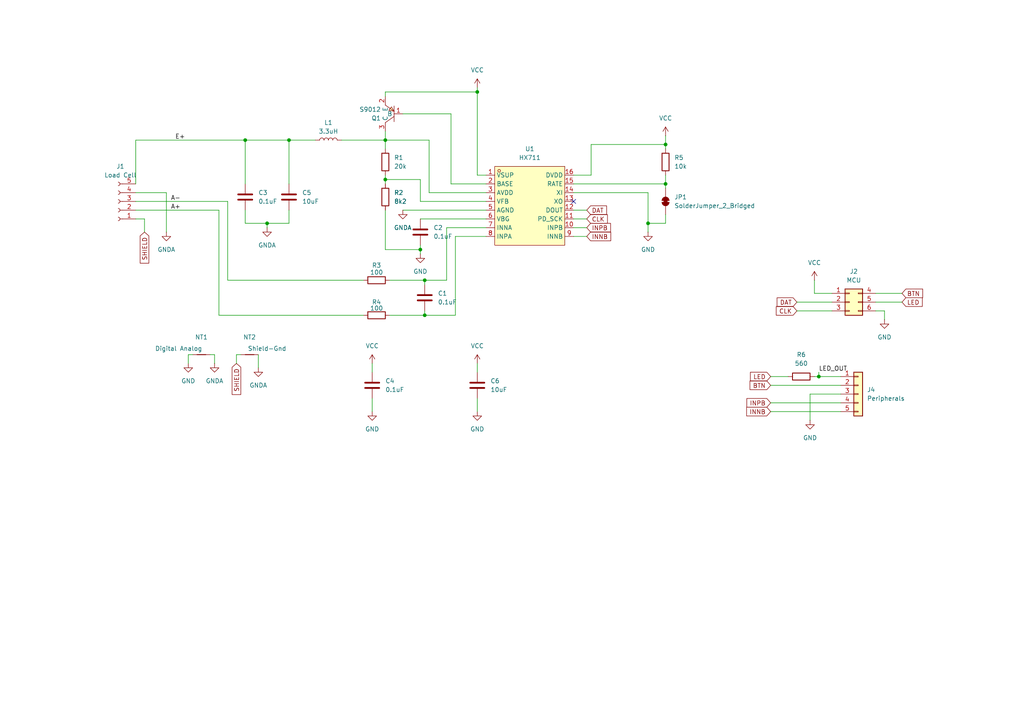
<source format=kicad_sch>
(kicad_sch (version 20250114) (generator "eeschema") (generator_version "9.0")
  (paper "A4")
  (title_block (company "chof.org"))
  (lib_symbols
    (symbol "Chof747 ICs:HX711"
      (property "Reference" "U" (at 0 13.97 0))
      (property "Value" "HX711" (at 0 -13.97 0))
      (symbol "HX711_0_1"
        (rectangle (start -10.16 11.43) (end 10.16 -11.43) (fill (type background)))
        (circle (center -8.89 10.16) (radius 0.38))
        (pin unspecified line (at -12.7 8.89 0) (length 2.54) (name "VSUP") (number "1"))
        (pin unspecified line (at -12.7 6.35 0) (length 2.54) (name "BASE") (number "2"))
        (pin unspecified line (at -12.7 3.81 0) (length 2.54) (name "AVDD") (number "3"))
        (pin unspecified line (at -12.7 1.27 0) (length 2.54) (name "VFB") (number "4"))
        (pin unspecified line (at -12.7 -1.27 0) (length 2.54) (name "AGND") (number "5"))
        (pin unspecified line (at -12.7 -3.81 0) (length 2.54) (name "VBG") (number "6"))
        (pin unspecified line (at -12.7 -6.35 0) (length 2.54) (name "INNA") (number "7"))
        (pin unspecified line (at -12.7 -8.89 0) (length 2.54) (name "INPA") (number "8"))
        (pin unspecified line (at 12.7 8.89 180) (length 2.54) (name "DVDD") (number "16"))
        (pin unspecified line (at 12.7 6.35 180) (length 2.54) (name "RATE") (number "15"))
        (pin unspecified line (at 12.7 3.81 180) (length 2.54) (name "XI") (number "14"))
        (pin unspecified line (at 12.7 1.27 180) (length 2.54) (name "XO") (number "13"))
        (pin unspecified line (at 12.7 -1.27 180) (length 2.54) (name "DOUT") (number "12"))
        (pin unspecified line (at 12.7 -3.81 180) (length 2.54) (name "PD_SCK") (number "11"))
        (pin unspecified line (at 12.7 -6.35 180) (length 2.54) (name "INPB") (number "10"))
        (pin unspecified line (at 12.7 -8.89 180) (length 2.54) (name "INNB") (number "9"))
      )
    )
    (symbol "Chof747 Transistors and Mosfets:S9012"
      (property "Reference" "Q" (at 0 10.16 0))
      (property "Value" "S9012" (at 0 -10.16 0))
      (symbol "S9012_0_1"
        (polyline (pts (xy 0 2.29) (xy 0 -2.29)))
        (polyline (pts (xy 0 -0.76) (xy 2.54 -2.54)))
        (polyline (pts (xy 0 -0.76) (xy 0.76 -2.03) (xy 1.52 -1.02) (xy 0 -0.76)) (fill (type background)))
        (polyline (pts (xy 2.54 2.54) (xy 0 0.76)))
        (pin input line (at -2.54 0 0) (length 2.54) (name "B") (number "1"))
        (pin input line (at 2.54 5.08 270) (length 2.54) (name "C") (number "3"))
        (pin input line (at 2.54 -5.08 90) (length 2.54) (name "E") (number "2"))
      )
    )
    (symbol "Connector:Conn_01x05_Socket" (pin_names (offset 1.016) (hide yes))
      (property "Reference" "J" (at 0 7.62 0))
      (property "Value" "Conn_01x05_Socket" (at 0 -7.62 0))
      (symbol "Conn_01x05_Socket_1_1"
        (polyline (pts (xy -1.27 5.08) (xy -0.508 5.08)) (stroke (width 0.1524)))
        (polyline (pts (xy -1.27 2.54) (xy -0.508 2.54)) (stroke (width 0.1524)))
        (polyline (pts (xy -1.27 0) (xy -0.508 0)) (stroke (width 0.1524)))
        (polyline (pts (xy -1.27 -2.54) (xy -0.508 -2.54)) (stroke (width 0.1524)))
        (polyline (pts (xy -1.27 -5.08) (xy -0.508 -5.08)) (stroke (width 0.1524)))
        (arc (start 0 4.572) (mid -0.5058 5.08) (end 0 5.588) (stroke (width 0.1524)))
        (arc (start 0 2.032) (mid -0.5058 2.54) (end 0 3.048) (stroke (width 0.1524)))
        (arc (start 0 -0.508) (mid -0.5058 0) (end 0 0.508) (stroke (width 0.1524)))
        (arc (start 0 -3.048) (mid -0.5058 -2.54) (end 0 -2.032) (stroke (width 0.1524)))
        (arc (start 0 -5.588) (mid -0.5058 -5.08) (end 0 -4.572) (stroke (width 0.1524)))
        (pin passive line (at -5.08 5.08 0) (length 3.81) (name "Pin_1") (number "1"))
        (pin passive line (at -5.08 2.54 0) (length 3.81) (name "Pin_2") (number "2"))
        (pin passive line (at -5.08 0 0) (length 3.81) (name "Pin_3") (number "3"))
        (pin passive line (at -5.08 -2.54 0) (length 3.81) (name "Pin_4") (number "4"))
        (pin passive line (at -5.08 -5.08 0) (length 3.81) (name "Pin_5") (number "5"))
      )
    )
    (symbol "Connector_Generic:Conn_01x05" (pin_names (offset 1.016) (hide yes))
      (property "Reference" "J" (at 0 7.62 0))
      (property "Value" "Conn_01x05" (at 0 -7.62 0))
      (symbol "Conn_01x05_1_1"
        (rectangle (start -1.27 6.35) (end 1.27 -6.35) (stroke (width 0.254)) (fill (type background)))
        (rectangle (start -1.27 5.207) (end 0 4.953) (stroke (width 0.1524)))
        (rectangle (start -1.27 2.667) (end 0 2.413) (stroke (width 0.1524)))
        (rectangle (start -1.27 0.127) (end 0 -0.127) (stroke (width 0.1524)))
        (rectangle (start -1.27 -2.413) (end 0 -2.667) (stroke (width 0.1524)))
        (rectangle (start -1.27 -4.953) (end 0 -5.207) (stroke (width 0.1524)))
        (pin passive line (at -5.08 5.08 0) (length 3.81) (name "Pin_1") (number "1"))
        (pin passive line (at -5.08 2.54 0) (length 3.81) (name "Pin_2") (number "2"))
        (pin passive line (at -5.08 0 0) (length 3.81) (name "Pin_3") (number "3"))
        (pin passive line (at -5.08 -2.54 0) (length 3.81) (name "Pin_4") (number "4"))
        (pin passive line (at -5.08 -5.08 0) (length 3.81) (name "Pin_5") (number "5"))
      )
    )
    (symbol "Connector_Generic:Conn_02x03_Top_Bottom" (pin_names (offset 1.016) (hide yes))
      (property "Reference" "J" (at 1.27 5.08 0))
      (property "Value" "Conn_02x03_Top_Bottom" (at 1.27 -5.08 0))
      (symbol "Conn_02x03_Top_Bottom_1_1"
        (rectangle (start -1.27 3.81) (end 3.81 -3.81) (stroke (width 0.254)) (fill (type background)))
        (rectangle (start -1.27 2.667) (end 0 2.413) (stroke (width 0.1524)))
        (rectangle (start -1.27 0.127) (end 0 -0.127) (stroke (width 0.1524)))
        (rectangle (start -1.27 -2.413) (end 0 -2.667) (stroke (width 0.1524)))
        (rectangle (start 3.81 2.667) (end 2.54 2.413) (stroke (width 0.1524)))
        (rectangle (start 3.81 0.127) (end 2.54 -0.127) (stroke (width 0.1524)))
        (rectangle (start 3.81 -2.413) (end 2.54 -2.667) (stroke (width 0.1524)))
        (pin passive line (at -5.08 2.54 0) (length 3.81) (name "Pin_1") (number "1"))
        (pin passive line (at -5.08 0 0) (length 3.81) (name "Pin_2") (number "2"))
        (pin passive line (at -5.08 -2.54 0) (length 3.81) (name "Pin_3") (number "3"))
        (pin passive line (at 7.62 2.54 180) (length 3.81) (name "Pin_4") (number "4"))
        (pin passive line (at 7.62 0 180) (length 3.81) (name "Pin_5") (number "5"))
        (pin passive line (at 7.62 -2.54 180) (length 3.81) (name "Pin_6") (number "6"))
      )
    )
    (symbol "Device:C" (pin_numbers (hide yes)) (pin_names (offset 0.254))
      (property "Reference" "C" (at 0.635 2.54 0))
      (property "Value" "C" (at 0.635 -2.54 0))
      (symbol "C_0_1"
        (polyline (pts (xy -2.032 0.762) (xy 2.032 0.762)) (stroke (width 0.508)))
        (polyline (pts (xy -2.032 -0.762) (xy 2.032 -0.762)) (stroke (width 0.508)))
      )
      (symbol "C_1_1"
        (pin passive line (at 0 3.81 270) (length 2.794) (name "~") (number "1"))
        (pin passive line (at 0 -3.81 90) (length 2.794) (name "~") (number "2"))
      )
    )
    (symbol "Device:L" (pin_numbers (hide yes)) (pin_names (offset 1.016) (hide yes))
      (property "Reference" "L" (at -1.27 0 90))
      (property "Value" "L" (at 1.905 0 90))
      (symbol "L_0_1"
        (arc (start 0 2.54) (mid 0.6323 1.905) (end 0 1.27))
        (arc (start 0 1.27) (mid 0.6323 0.635) (end 0 0))
        (arc (start 0 0) (mid 0.6323 -0.635) (end 0 -1.27))
        (arc (start 0 -1.27) (mid 0.6323 -1.905) (end 0 -2.54))
      )
      (symbol "L_1_1"
        (pin passive line (at 0 3.81 270) (length 1.27) (name "1") (number "1"))
        (pin passive line (at 0 -3.81 90) (length 1.27) (name "2") (number "2"))
      )
    )
    (symbol "Device:NetTie_2" (pin_numbers (hide yes)) (pin_names (offset 0) (hide yes)) (in_bom no)
      (property "Reference" "NT" (at 0 1.27 0))
      (property "Value" "NetTie_2" (at 0 -1.27 0))
      (symbol "NetTie_2_0_1"
        (polyline (pts (xy -1.27 0) (xy 1.27 0)) (stroke (width 0.254)))
      )
      (symbol "NetTie_2_1_1"
        (pin passive line (at -2.54 0 0) (length 2.54) (name "1") (number "1"))
        (pin passive line (at 2.54 0 180) (length 2.54) (name "2") (number "2"))
      )
    )
    (symbol "Device:R" (pin_numbers (hide yes)) (pin_names (offset 0))
      (property "Reference" "R" (at 2.032 0 90))
      (property "Value" "R" (at 0 0 90))
      (symbol "R_0_1"
        (rectangle (start -1.016 -2.54) (end 1.016 2.54) (stroke (width 0.254)))
      )
      (symbol "R_1_1"
        (pin passive line (at 0 3.81 270) (length 1.27) (name "~") (number "1"))
        (pin passive line (at 0 -3.81 90) (length 1.27) (name "~") (number "2"))
      )
    )
    (symbol "Jumper:SolderJumper_2_Bridged" (pin_numbers (hide yes)) (pin_names (offset 0) (hide yes)) (in_bom no)
      (property "Reference" "JP" (at 0 2.032 0))
      (property "Value" "SolderJumper_2_Bridged" (at 0 -2.54 0))
      (symbol "SolderJumper_2_Bridged_0_1"
        (rectangle (start -0.508 0.508) (end 0.508 -0.508) (fill (type outline)))
        (polyline (pts (xy -0.254 1.016) (xy -0.254 -1.016)))
        (arc (start -0.254 -1.016) (mid -1.2656 0) (end -0.254 1.016))
        (arc (start -0.254 -1.016) (mid -1.2656 0) (end -0.254 1.016) (fill (type outline)))
        (arc (start 0.254 1.016) (mid 1.2656 0) (end 0.254 -1.016))
        (arc (start 0.254 1.016) (mid 1.2656 0) (end 0.254 -1.016) (fill (type outline)))
        (polyline (pts (xy 0.254 1.016) (xy 0.254 -1.016)))
      )
      (symbol "SolderJumper_2_Bridged_1_1"
        (pin passive line (at -3.81 0 0) (length 2.54) (name "A") (number "1"))
        (pin passive line (at 3.81 0 180) (length 2.54) (name "B") (number "2"))
      )
    )
    (symbol "power:+5V" (power) (pin_numbers (hide yes)) (pin_names (offset 0) (hide yes))
      (property "Value" "+5V" (at 0 3.556 0))
      (symbol "+5V_0_1"
        (polyline (pts (xy -0.762 1.27) (xy 0 2.54)))
        (polyline (pts (xy 0 2.54) (xy 0.762 1.27)))
        (polyline (pts (xy 0 0) (xy 0 2.54)))
      )
      (symbol "+5V_1_1"
        (pin power_in line (at 0 0 90) (length 0) (name "~") (number "1"))
      )
    )
    (symbol "power:GND" (power) (pin_numbers (hide yes)) (pin_names (offset 0) (hide yes))
      (property "Value" "GND" (at 0 -3.81 0))
      (symbol "GND_0_1"
        (polyline (pts (xy 0 0) (xy 0 -1.27) (xy 1.27 -1.27) (xy 0 -2.54) (xy -1.27 -1.27) (xy 0 -1.27)))
      )
      (symbol "GND_1_1"
        (pin power_in line (at 0 0 270) (length 0) (name "~") (number "1"))
      )
    )
    (symbol "power:GNDA" (power) (pin_numbers (hide yes)) (pin_names (offset 0) (hide yes))
      (property "Value" "GNDA" (at 0 -3.81 0))
      (symbol "GNDA_0_1"
        (polyline (pts (xy 0 0) (xy 0 -1.27) (xy 1.27 -1.27) (xy 0 -2.54) (xy -1.27 -1.27) (xy 0 -1.27)))
      )
      (symbol "GNDA_1_1"
        (pin power_in line (at 0 0 270) (length 0) (name "~") (number "1"))
      )
    )
  )
  (junction (at 83.82 40.64))
  (junction (at 111.76 40.64))
  (junction (at 123.19 91.44))
  (junction (at 193.04 53.34))
  (junction (at 187.96 64.77))
  (junction (at 138.43 26.67))
  (junction (at 111.76 52.07))
  (junction (at 121.92 72.39))
  (junction (at 77.47 64.77))
  (junction (at 237.49 109.22))
  (junction (at 71.12 40.64))
  (junction (at 193.04 41.91))
  (junction (at 123.19 81.28))
  (no_connect (at 166.37 58.42))
  (wire (pts (xy 111.76 52.07) (xy 111.76 53.34)))
  (wire (pts (xy 236.22 109.22) (xy 237.49 109.22)))
  (wire (pts (xy 166.37 63.5) (xy 170.18 63.5)))
  (wire (pts (xy 71.12 64.77) (xy 77.47 64.77)))
  (wire (pts (xy 91.44 40.64) (xy 83.82 40.64)))
  (wire (pts (xy 140.97 66.04) (xy 129.54 66.04)))
  (wire (pts (xy 223.52 116.84) (xy 243.84 116.84)))
  (wire (pts (xy 116.84 60.96) (xy 140.97 60.96)))
  (wire (pts (xy 193.04 64.77) (xy 193.04 62.23)))
  (wire (pts (xy 223.52 119.38) (xy 243.84 119.38)))
  (wire (pts (xy 123.19 91.44) (xy 132.08 91.44)))
  (wire (pts (xy 74.93 102.87) (xy 74.93 106.68)))
  (wire (pts (xy 83.82 60.96) (xy 83.82 64.77)))
  (wire (pts (xy 138.43 105.41) (xy 138.43 107.95)))
  (wire (pts (xy 111.76 26.67) (xy 138.43 26.67)))
  (wire (pts (xy 237.49 109.22) (xy 243.84 109.22)))
  (wire (pts (xy 71.12 60.96) (xy 71.12 64.77)))
  (wire (pts (xy 121.92 58.42) (xy 121.92 52.07)))
  (wire (pts (xy 116.84 33.02) (xy 130.81 33.02)))
  (wire (pts (xy 236.22 85.09) (xy 241.3 85.09)))
  (wire (pts (xy 187.96 64.77) (xy 187.96 67.31)))
  (wire (pts (xy 111.76 27.94) (xy 111.76 26.67)))
  (wire (pts (xy 166.37 60.96) (xy 170.18 60.96)))
  (wire (pts (xy 39.37 63.5) (xy 41.91 63.5)))
  (wire (pts (xy 66.04 81.28) (xy 66.04 58.42)))
  (wire (pts (xy 254 85.09) (xy 261.62 85.09)))
  (wire (pts (xy 71.12 40.64) (xy 71.12 53.34)))
  (wire (pts (xy 121.92 72.39) (xy 111.76 72.39)))
  (wire (pts (xy 171.45 50.8) (xy 166.37 50.8)))
  (wire (pts (xy 138.43 115.57) (xy 138.43 119.38)))
  (wire (pts (xy 48.26 55.88) (xy 48.26 67.31)))
  (wire (pts (xy 123.19 81.28) (xy 113.03 81.28)))
  (wire (pts (xy 77.47 64.77) (xy 77.47 66.04)))
  (wire (pts (xy 193.04 53.34) (xy 193.04 50.8)))
  (wire (pts (xy 83.82 40.64) (xy 71.12 40.64)))
  (wire (pts (xy 121.92 72.39) (xy 121.92 73.66)))
  (wire (pts (xy 123.19 91.44) (xy 123.19 90.17)))
  (wire (pts (xy 39.37 55.88) (xy 48.26 55.88)))
  (wire (pts (xy 129.54 66.04) (xy 129.54 81.28)))
  (wire (pts (xy 124.46 55.88) (xy 124.46 40.64)))
  (wire (pts (xy 140.97 58.42) (xy 121.92 58.42)))
  (wire (pts (xy 254 90.17) (xy 256.54 90.17)))
  (wire (pts (xy 121.92 63.5) (xy 140.97 63.5)))
  (wire (pts (xy 121.92 52.07) (xy 111.76 52.07)))
  (wire (pts (xy 39.37 40.64) (xy 39.37 53.34)))
  (wire (pts (xy 140.97 55.88) (xy 124.46 55.88)))
  (wire (pts (xy 171.45 41.91) (xy 171.45 50.8)))
  (wire (pts (xy 54.61 102.87) (xy 54.61 105.41)))
  (wire (pts (xy 187.96 55.88) (xy 187.96 64.77)))
  (wire (pts (xy 254 87.63) (xy 261.62 87.63)))
  (wire (pts (xy 234.95 121.92) (xy 234.95 114.3)))
  (wire (pts (xy 187.96 64.77) (xy 193.04 64.77)))
  (wire (pts (xy 138.43 26.67) (xy 138.43 25.4)))
  (wire (pts (xy 63.5 91.44) (xy 105.41 91.44)))
  (wire (pts (xy 231.14 87.63) (xy 241.3 87.63)))
  (wire (pts (xy 256.54 90.17) (xy 256.54 92.71)))
  (wire (pts (xy 166.37 66.04) (xy 170.18 66.04)))
  (wire (pts (xy 77.47 64.77) (xy 83.82 64.77)))
  (wire (pts (xy 99.06 40.64) (xy 111.76 40.64)))
  (wire (pts (xy 231.14 90.17) (xy 241.3 90.17)))
  (wire (pts (xy 193.04 39.37) (xy 193.04 41.91)))
  (wire (pts (xy 111.76 52.07) (xy 111.76 50.8)))
  (wire (pts (xy 107.95 115.57) (xy 107.95 119.38)))
  (wire (pts (xy 223.52 109.22) (xy 228.6 109.22)))
  (wire (pts (xy 140.97 53.34) (xy 130.81 53.34)))
  (wire (pts (xy 129.54 81.28) (xy 123.19 81.28)))
  (wire (pts (xy 123.19 82.55) (xy 123.19 81.28)))
  (wire (pts (xy 111.76 40.64) (xy 111.76 43.18)))
  (wire (pts (xy 223.52 111.76) (xy 243.84 111.76)))
  (wire (pts (xy 193.04 41.91) (xy 193.04 43.18)))
  (wire (pts (xy 107.95 105.41) (xy 107.95 107.95)))
  (wire (pts (xy 193.04 53.34) (xy 193.04 54.61)))
  (wire (pts (xy 140.97 50.8) (xy 138.43 50.8)))
  (wire (pts (xy 166.37 68.58) (xy 170.18 68.58)))
  (wire (pts (xy 138.43 50.8) (xy 138.43 26.67)))
  (wire (pts (xy 54.61 102.87) (xy 55.88 102.87)))
  (wire (pts (xy 63.5 60.96) (xy 63.5 91.44)))
  (wire (pts (xy 193.04 41.91) (xy 171.45 41.91)))
  (wire (pts (xy 166.37 55.88) (xy 187.96 55.88)))
  (wire (pts (xy 121.92 71.12) (xy 121.92 72.39)))
  (wire (pts (xy 71.12 40.64) (xy 39.37 40.64)))
  (wire (pts (xy 113.03 91.44) (xy 123.19 91.44)))
  (wire (pts (xy 41.91 63.5) (xy 41.91 67.31)))
  (wire (pts (xy 140.97 68.58) (xy 132.08 68.58)))
  (wire (pts (xy 62.23 102.87) (xy 62.23 105.41)))
  (wire (pts (xy 132.08 68.58) (xy 132.08 91.44)))
  (wire (pts (xy 111.76 60.96) (xy 111.76 72.39)))
  (wire (pts (xy 124.46 40.64) (xy 111.76 40.64)))
  (wire (pts (xy 68.58 102.87) (xy 69.85 102.87)))
  (wire (pts (xy 66.04 58.42) (xy 39.37 58.42)))
  (wire (pts (xy 130.81 53.34) (xy 130.81 33.02)))
  (wire (pts (xy 83.82 40.64) (xy 83.82 53.34)))
  (wire (pts (xy 39.37 60.96) (xy 63.5 60.96)))
  (wire (pts (xy 68.58 102.87) (xy 68.58 105.41)))
  (wire (pts (xy 60.96 102.87) (xy 62.23 102.87)))
  (wire (pts (xy 111.76 38.1) (xy 111.76 40.64)))
  (wire (pts (xy 237.49 107.95) (xy 237.49 109.22)))
  (wire (pts (xy 234.95 114.3) (xy 243.84 114.3)))
  (wire (pts (xy 236.22 81.28) (xy 236.22 85.09)))
  (wire (pts (xy 105.41 81.28) (xy 66.04 81.28)))
  (wire (pts (xy 166.37 53.34) (xy 193.04 53.34)))
  (label "A+" (at 49.53 60.96 0))
  (label "E+" (at 50.8 40.64 0))
  (label "LED_OUT" (at 237.49 107.95 0))
  (label "A-" (at 49.53 58.42 0))
  (global_label "SHIELD" (shape input) (at 41.91 67.31 270) (property "Intersheetrefs" "${INTERSHEET_REFS}" (effects (hide yes))))
  (global_label "INPB" (shape input) (at 223.52 116.84 180) (property "Intersheetrefs" "${INTERSHEET_REFS}" (effects (hide yes))))
  (global_label "BTN" (shape input) (at 261.62 85.09 0) (property "Intersheetrefs" "${INTERSHEET_REFS}" (effects (hide yes))))
  (global_label "INNB" (shape input) (at 223.52 119.38 180) (property "Intersheetrefs" "${INTERSHEET_REFS}" (effects (hide yes))))
  (global_label "CLK" (shape input) (at 231.14 90.17 180) (property "Intersheetrefs" "${INTERSHEET_REFS}" (effects (hide yes))))
  (global_label "DAT" (shape input) (at 170.18 60.96 0) (property "Intersheetrefs" "${INTERSHEET_REFS}" (effects (hide yes))))
  (global_label "INPB" (shape input) (at 170.18 66.04 0) (property "Intersheetrefs" "${INTERSHEET_REFS}" (effects (hide yes))))
  (global_label "LED" (shape input) (at 223.52 109.22 180) (property "Intersheetrefs" "${INTERSHEET_REFS}" (effects (hide yes))))
  (global_label "LED" (shape input) (at 261.62 87.63 0) (property "Intersheetrefs" "${INTERSHEET_REFS}" (effects (hide yes))))
  (global_label "CLK" (shape input) (at 170.18 63.5 0) (property "Intersheetrefs" "${INTERSHEET_REFS}" (effects (hide yes))))
  (global_label "SHIELD" (shape input) (at 68.58 105.41 270) (property "Intersheetrefs" "${INTERSHEET_REFS}" (effects (hide yes))))
  (global_label "INNB" (shape input) (at 170.18 68.58 0) (property "Intersheetrefs" "${INTERSHEET_REFS}" (effects (hide yes))))
  (global_label "BTN" (shape input) (at 223.52 111.76 180) (property "Intersheetrefs" "${INTERSHEET_REFS}" (effects (hide yes))))
  (global_label "DAT" (shape input) (at 231.14 87.63 180) (property "Intersheetrefs" "${INTERSHEET_REFS}" (effects (hide yes))))
  (symbol (lib_id "Jumper:SolderJumper_2_Bridged") (at 193.04 58.42 90) (unit 1) (in_bom no)
    (property "Reference" "JP1" (at 195.58 57.1499 90) (effects (justify right)))
    (property "Value" "SolderJumper_2_Bridged" (at 195.58 59.6899 90) (effects (justify right)))
    (property "Footprint" "Jumper:SolderJumper-2_P1.3mm_Bridged_RoundedPad1.0x1.5mm" (effects (hide yes)))
    (property "Description" "Solder Jumper, 2-pole, closed/bridged" (effects (hide yes)))
  )
  (symbol (lib_id "power:GNDA") (at 48.26 67.31 0) (unit 1)
    (property "Reference" "#PWR06" (effects (hide yes)))
    (property "Value" "GNDA" (at 48.26 72.39 0))
    (property "Description" "Power symbol creates a global label with name \"GNDA\" , analog ground" (effects (hide yes)))
  )
  (symbol (lib_id "Device:R") (at 111.76 46.99 0) (unit 1)
    (property "Reference" "R1" (at 114.3 45.7199 0) (effects (justify left)))
    (property "Value" "20k" (at 114.3 48.2599 0) (effects (justify left)))
    (property "Footprint" "Resistor_SMD:R_0603_1608Metric_Pad0.98x0.95mm_HandSolder" (effects (hide yes)))
    (property "Description" "Resistor" (effects (hide yes)))
  )
  (symbol (lib_id "Device:R") (at 109.22 81.28 90) (unit 1)
    (property "Reference" "R3" (at 109.22 76.962 90))
    (property "Value" "100" (at 109.22 78.994 90))
    (property "Footprint" "Resistor_SMD:R_0603_1608Metric_Pad0.98x0.95mm_HandSolder" (effects (hide yes)))
    (property "Description" "Resistor" (effects (hide yes)))
  )
  (symbol (lib_id "power:GNDA") (at 116.84 60.96 0) (unit 1)
    (property "Reference" "#PWR010" (effects (hide yes)))
    (property "Value" "GNDA" (at 116.84 66.04 0))
    (property "Description" "Power symbol creates a global label with name \"GNDA\" , analog ground" (effects (hide yes)))
  )
  (symbol (lib_id "power:GNDA") (at 62.23 105.41 0) (unit 1)
    (property "Reference" "#PWR016" (effects (hide yes)))
    (property "Value" "GNDA" (at 62.23 110.49 0))
    (property "Description" "Power symbol creates a global label with name \"GNDA\" , analog ground" (effects (hide yes)))
  )
  (symbol (lib_id "Device:L") (at 95.25 40.64 90) (unit 1)
    (property "Reference" "L1" (at 95.25 35.56 90))
    (property "Value" "3.3uH" (at 95.25 38.1 90))
    (property "Footprint" "Inductor_SMD:L_0603_1608Metric_Pad1.05x0.95mm_HandSolder" (effects (hide yes)))
    (property "Description" "Inductor" (effects (hide yes)))
  )
  (symbol (lib_id "power:GND") (at 187.96 67.31 0) (unit 1)
    (property "Reference" "#PWR03" (effects (hide yes)))
    (property "Value" "GND" (at 187.96 72.39 0))
    (property "Description" "Power symbol creates a global label with name \"GND\" , ground" (effects (hide yes)))
  )
  (symbol (lib_id "Device:R") (at 232.41 109.22 90) (unit 1)
    (property "Reference" "R6" (at 232.41 102.87 90))
    (property "Value" "560" (at 232.41 105.41 90))
    (property "Footprint" "Resistor_SMD:R_0603_1608Metric_Pad0.98x0.95mm_HandSolder" (effects (hide yes)))
    (property "Description" "Resistor" (effects (hide yes)))
  )
  (symbol (lib_id "power:+5V") (at 107.95 105.41 0) (unit 1)
    (property "Reference" "#PWR09" (effects (hide yes)))
    (property "Value" "VCC" (at 107.95 100.33 0))
    (property "Description" "Power symbol creates a global label with name \"+5V\"" (effects (hide yes)))
  )
  (symbol (lib_id "power:GND") (at 256.54 92.71 0) (unit 1)
    (property "Reference" "#PWR01" (effects (hide yes)))
    (property "Value" "GND" (at 256.54 97.79 0))
    (property "Description" "Power symbol creates a global label with name \"GND\" , ground" (effects (hide yes)))
  )
  (symbol (lib_id "Device:NetTie_2") (at 58.42 102.87 180) (unit 1) (in_bom no)
    (property "Reference" "NT1" (at 58.42 97.79 0))
    (property "Value" "Digital Analog" (at 51.816 101.092 0))
    (property "Footprint" "NetTie:NetTie-2_SMD_Pad0.5mm" (effects (hide yes)))
  )
  (symbol (lib_id "Device:C") (at 123.19 86.36 0) (unit 1)
    (property "Reference" "C1" (at 127 85.0899 0) (effects (justify left)))
    (property "Value" "0.1uF" (at 127 87.6299 0) (effects (justify left)))
    (property "Footprint" "Capacitor_SMD:C_0603_1608Metric_Pad1.08x0.95mm_HandSolder" (effects (hide yes)))
    (property "Description" "Unpolarized capacitor" (effects (hide yes)))
  )
  (symbol (lib_id "Device:C") (at 71.12 57.15 0) (unit 1)
    (property "Reference" "C3" (at 74.93 55.8799 0) (effects (justify left)))
    (property "Value" "0.1uF" (at 74.93 58.4199 0) (effects (justify left)))
    (property "Footprint" "Capacitor_SMD:C_0603_1608Metric_Pad1.08x0.95mm_HandSolder" (effects (hide yes)))
    (property "Description" "Unpolarized capacitor" (effects (hide yes)))
  )
  (symbol (lib_id "Connector_Generic:Conn_02x03_Top_Bottom") (at 246.38 87.63 0) (unit 1)
    (property "Reference" "J2" (at 247.65 78.74 0))
    (property "Value" "MCU" (at 247.65 81.28 0))
    (property "Footprint" "Chof747_Connectors:HDR-TH_6P-P2.54-V-F-R2-C3-S2.54-4" (effects (hide yes)))
    (property "Description" "Generic connector, double row, 02x03, top/bottom pin numbering scheme (row 1: 1...pins_per_row, row2: pins_per_row+1 ... num_pins), script generated (kicad-library-utils/schlib/autogen/connector/)" (effects (hide yes)))
  )
  (symbol (lib_id "power:GNDA") (at 74.93 106.68 0) (unit 1)
    (property "Reference" "#PWR017" (effects (hide yes)))
    (property "Value" "GNDA" (at 74.93 111.76 0))
    (property "Description" "Power symbol creates a global label with name \"GNDA\" , analog ground" (effects (hide yes)))
  )
  (symbol (lib_id "power:+5V") (at 138.43 25.4 0) (unit 1)
    (property "Reference" "#PWR08" (effects (hide yes)))
    (property "Value" "VCC" (at 138.43 20.32 0))
    (property "Description" "Power symbol creates a global label with name \"+5V\"" (effects (hide yes)))
  )
  (symbol (lib_id "Connector_Generic:Conn_01x05") (at 248.92 114.3 0) (unit 1)
    (property "Reference" "J4" (at 251.46 113.0299 0) (effects (justify left)))
    (property "Value" "Peripherals" (at 251.46 115.5699 0) (effects (justify left)))
    (property "Footprint" "Chof747_Connectors:JST_XH_B5B-XH-A_1x05_P2.54mm_Vertical" (effects (hide yes)))
    (property "Description" "Generic connector, single row, 01x05, script generated (kicad-library-utils/schlib/autogen/connector/)" (effects (hide yes)))
  )
  (symbol (lib_id "power:GND") (at 138.43 119.38 0) (unit 1)
    (property "Reference" "#PWR014" (effects (hide yes)))
    (property "Value" "GND" (at 138.43 124.46 0))
    (property "Description" "Power symbol creates a global label with name \"GND\" , ground" (effects (hide yes)))
  )
  (symbol (lib_id "power:GND") (at 107.95 119.38 0) (unit 1)
    (property "Reference" "#PWR012" (effects (hide yes)))
    (property "Value" "GND" (at 107.95 124.46 0))
    (property "Description" "Power symbol creates a global label with name \"GND\" , ground" (effects (hide yes)))
  )
  (symbol (lib_id "Device:C") (at 107.95 111.76 0) (unit 1)
    (property "Reference" "C4" (at 111.76 110.4899 0) (effects (justify left)))
    (property "Value" "0.1uF" (at 111.76 113.0299 0) (effects (justify left)))
    (property "Footprint" "Capacitor_SMD:C_0603_1608Metric_Pad1.08x0.95mm_HandSolder" (effects (hide yes)))
    (property "Description" "Unpolarized capacitor" (effects (hide yes)))
  )
  (symbol (lib_id "Device:NetTie_2") (at 72.39 102.87 180) (unit 1) (in_bom no)
    (property "Reference" "NT2" (at 72.39 97.79 0))
    (property "Value" "Shield-Gnd" (at 77.47 101.092 0))
    (property "Footprint" "NetTie:NetTie-2_SMD_Pad0.5mm" (effects (hide yes)))
  )
  (symbol (lib_id "Device:R") (at 111.76 57.15 0) (unit 1)
    (property "Reference" "R2" (at 114.3 55.8799 0) (effects (justify left)))
    (property "Value" "8k2" (at 114.3 58.4199 0) (effects (justify left)))
    (property "Footprint" "Resistor_SMD:R_0603_1608Metric_Pad0.98x0.95mm_HandSolder" (effects (hide yes)))
    (property "Description" "Resistor" (effects (hide yes)))
  )
  (symbol (lib_id "Chof747 ICs:HX711") (at 153.67 59.69 0) (unit 1)
    (property "Reference" "U1" (at 153.67 43.18 0))
    (property "Value" "HX711" (at 153.67 45.72 0))
    (property "Footprint" "Chof747_Footprints:SOP-16_L10.0-W3.9-P1.27-LS6.0-BL" (effects (hide yes)))
    (property "LCSC Part" "C6705483" (effects (hide yes)))
  )
  (symbol (lib_id "Connector:Conn_01x05_Socket") (at 34.29 58.42 180) (unit 1)
    (property "Reference" "J1" (at 34.925 48.26 0))
    (property "Value" "Load Cell" (at 34.925 50.8 0))
    (property "Footprint" "Chof747_Connectors:CONN-TH_5P-P2.54_KF128-2.54-5P" (effects (hide yes)))
    (property "Description" "Generic connector, single row, 01x05, script generated" (effects (hide yes)))
  )
  (symbol (lib_id "Device:R") (at 193.04 46.99 180) (unit 1)
    (property "Reference" "R5" (at 195.58 45.7199 0) (effects (justify right)))
    (property "Value" "10k" (at 195.58 48.2599 0) (effects (justify right)))
    (property "Footprint" "Resistor_SMD:R_0603_1608Metric_Pad0.98x0.95mm_HandSolder" (effects (hide yes)))
    (property "Description" "Resistor" (effects (hide yes)))
  )
  (symbol (lib_id "power:GND") (at 234.95 121.92 0) (unit 1)
    (property "Reference" "#PWR05" (effects (hide yes)))
    (property "Value" "GND" (at 234.95 127 0))
    (property "Description" "Power symbol creates a global label with name \"GND\" , ground" (effects (hide yes)))
  )
  (symbol (lib_id "power:+5V") (at 138.43 105.41 0) (unit 1)
    (property "Reference" "#PWR011" (effects (hide yes)))
    (property "Value" "VCC" (at 138.43 100.33 0))
    (property "Description" "Power symbol creates a global label with name \"+5V\"" (effects (hide yes)))
  )
  (symbol (lib_id "power:GNDA") (at 77.47 66.04 0) (unit 1)
    (property "Reference" "#PWR013" (effects (hide yes)))
    (property "Value" "GNDA" (at 77.47 71.12 0))
    (property "Description" "Power symbol creates a global label with name \"GNDA\" , analog ground" (effects (hide yes)))
  )
  (symbol (lib_id "power:+5V") (at 236.22 81.28 0) (unit 1)
    (property "Reference" "#PWR02" (effects (hide yes)))
    (property "Value" "VCC" (at 236.22 76.2 0))
    (property "Description" "Power symbol creates a global label with name \"+5V\"" (effects (hide yes)))
  )
  (symbol (lib_id "power:GND") (at 121.92 73.66 0) (unit 1)
    (property "Reference" "#PWR07" (effects (hide yes)))
    (property "Value" "GND" (at 121.92 78.74 0))
    (property "Description" "Power symbol creates a global label with name \"GND\" , ground" (effects (hide yes)))
  )
  (symbol (lib_id "Chof747 Transistors and Mosfets:S9012") (at 114.3 33.02 180) (unit 1)
    (property "Reference" "Q1" (at 110.49 34.2901 0) (effects (justify left)))
    (property "Value" "S9012" (at 110.49 31.7501 0) (effects (justify left)))
    (property "Footprint" "Chof747_Footprints:SOT-23-3_L2.9-W1.3-P1.90-LS2.4-BR" (effects (hide yes)))
    (property "Datasheet" "https://lcsc.com/product-detail/Transistors-NPN-PNP_UMW-Youtai-Semiconductor-Co-Ltd-S9012_C545570.html" (effects (hide yes)))
    (property "LCSC Part" "C545570" (effects (hide yes)))
  )
  (symbol (lib_id "Device:R") (at 109.22 91.44 90) (unit 1)
    (property "Reference" "R4" (at 109.22 87.63 90))
    (property "Value" "100" (at 109.22 89.408 90))
    (property "Footprint" "Resistor_SMD:R_0603_1608Metric_Pad0.98x0.95mm_HandSolder" (effects (hide yes)))
    (property "Description" "Resistor" (effects (hide yes)))
  )
  (symbol (lib_id "Device:C") (at 138.43 111.76 0) (unit 1)
    (property "Reference" "C6" (at 142.24 110.4899 0) (effects (justify left)))
    (property "Value" "10uF" (at 142.24 113.0299 0) (effects (justify left)))
    (property "Footprint" "Capacitor_SMD:C_0603_1608Metric_Pad1.08x0.95mm_HandSolder" (effects (hide yes)))
    (property "Description" "Unpolarized capacitor" (effects (hide yes)))
  )
  (symbol (lib_id "Device:C") (at 121.92 67.31 180) (unit 1)
    (property "Reference" "C2" (at 125.73 66.0399 0) (effects (justify right)))
    (property "Value" "0.1uF" (at 125.73 68.5799 0) (effects (justify right)))
    (property "Footprint" "Capacitor_SMD:C_0603_1608Metric_Pad1.08x0.95mm_HandSolder" (effects (hide yes)))
    (property "Description" "Unpolarized capacitor" (effects (hide yes)))
  )
  (symbol (lib_id "power:+5V") (at 193.04 39.37 0) (unit 1)
    (property "Reference" "#PWR04" (effects (hide yes)))
    (property "Value" "VCC" (at 193.04 34.29 0))
    (property "Description" "Power symbol creates a global label with name \"+5V\"" (effects (hide yes)))
  )
  (symbol (lib_id "Device:C") (at 83.82 57.15 0) (unit 1)
    (property "Reference" "C5" (at 87.63 55.8799 0) (effects (justify left)))
    (property "Value" "10uF" (at 87.63 58.4199 0) (effects (justify left)))
    (property "Footprint" "Capacitor_SMD:C_0603_1608Metric_Pad1.08x0.95mm_HandSolder" (effects (hide yes)))
    (property "Description" "Unpolarized capacitor" (effects (hide yes)))
  )
  (symbol (lib_id "power:GND") (at 54.61 105.41 0) (unit 1)
    (property "Reference" "#PWR015" (effects (hide yes)))
    (property "Value" "GND" (at 54.61 110.49 0))
    (property "Description" "Power symbol creates a global label with name \"GND\" , ground" (effects (hide yes)))
  )
)
</source>
